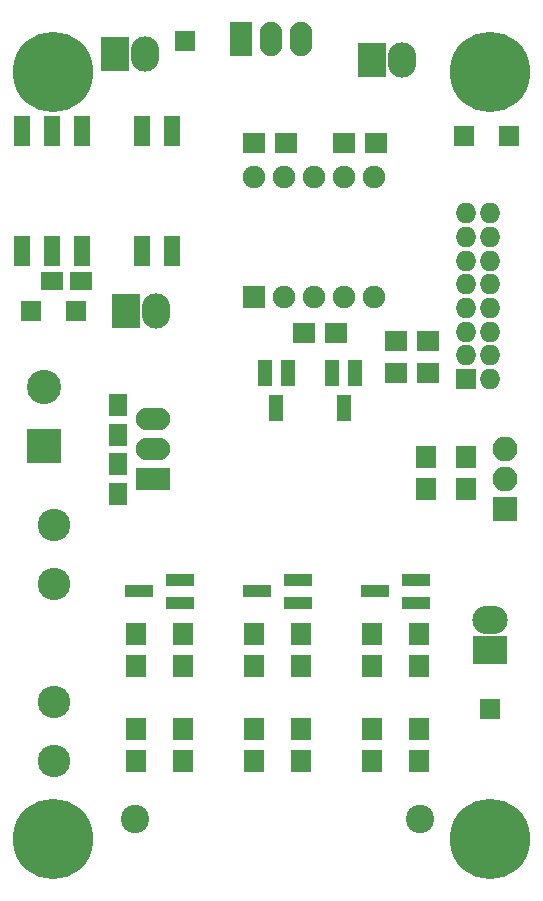
<source format=gts>
G04 #@! TF.FileFunction,Soldermask,Top*
%FSLAX46Y46*%
G04 Gerber Fmt 4.6, Leading zero omitted, Abs format (unit mm)*
G04 Created by KiCad (PCBNEW 4.0.6) date Wednesday, October 04, 2017 'PMt' 10:34:30 PM*
%MOMM*%
%LPD*%
G01*
G04 APERTURE LIST*
%ADD10C,0.100000*%
%ADD11R,1.900000X2.900000*%
%ADD12O,1.900000X2.900000*%
%ADD13R,1.900000X1.900000*%
%ADD14C,1.900000*%
%ADD15C,2.400000*%
%ADD16R,2.900000X1.900000*%
%ADD17O,2.900000X1.900000*%
%ADD18R,1.750000X1.750000*%
%ADD19O,1.750000X1.750000*%
%ADD20C,6.800000*%
%ADD21R,1.650000X1.900000*%
%ADD22C,2.750000*%
%ADD23R,2.900000X2.900000*%
%ADD24C,2.900000*%
%ADD25R,2.100000X2.100000*%
%ADD26O,2.100000X2.100000*%
%ADD27R,2.400000X1.050000*%
%ADD28R,1.700000X1.900000*%
%ADD29R,1.900000X1.700000*%
%ADD30R,3.000000X2.400000*%
%ADD31O,3.000000X2.400000*%
%ADD32R,2.400000X3.000000*%
%ADD33O,2.400000X3.000000*%
%ADD34R,1.200000X2.300000*%
%ADD35R,1.900000X1.650000*%
%ADD36R,1.400000X2.500000*%
G04 APERTURE END LIST*
D10*
D11*
X119900000Y-77200000D03*
D12*
X122440000Y-77200000D03*
X124980000Y-77200000D03*
D13*
X121000000Y-99100000D03*
D14*
X123540000Y-99100000D03*
X126080000Y-99100000D03*
X128620000Y-99100000D03*
X131160000Y-99100000D03*
X131160000Y-88940000D03*
X128620000Y-88940000D03*
X126080000Y-88940000D03*
X123540000Y-88940000D03*
X121000000Y-88940000D03*
D15*
X135100000Y-143300000D03*
X110900000Y-143300000D03*
D16*
X112500000Y-114500000D03*
D17*
X112500000Y-111960000D03*
X112500000Y-109420000D03*
D18*
X139000000Y-106000000D03*
D19*
X141000000Y-106000000D03*
X139000000Y-104000000D03*
X141000000Y-104000000D03*
X139000000Y-102000000D03*
X141000000Y-102000000D03*
X139000000Y-100000000D03*
X141000000Y-100000000D03*
X139000000Y-98000000D03*
X141000000Y-98000000D03*
X139000000Y-96000000D03*
X141000000Y-96000000D03*
X139000000Y-94000000D03*
X141000000Y-94000000D03*
X139000000Y-92000000D03*
X141000000Y-92000000D03*
D20*
X104000000Y-145000000D03*
X141000000Y-145000000D03*
X141000000Y-80000000D03*
D21*
X109500000Y-115750000D03*
X109500000Y-113250000D03*
X109500000Y-108250000D03*
X109500000Y-110750000D03*
D22*
X104100000Y-133400000D03*
X104100000Y-138400000D03*
X104100000Y-123400000D03*
X104100000Y-118400000D03*
D23*
X103200000Y-111700000D03*
D24*
X103200000Y-106700000D03*
D25*
X142300000Y-117000000D03*
D26*
X142300000Y-114460000D03*
X142300000Y-111920000D03*
D27*
X114710000Y-124950000D03*
X114710000Y-123050000D03*
X111290000Y-124000000D03*
X124710000Y-124950000D03*
X124710000Y-123050000D03*
X121290000Y-124000000D03*
X134710000Y-124950000D03*
X134710000Y-123050000D03*
X131290000Y-124000000D03*
D28*
X139000000Y-112650000D03*
X139000000Y-115350000D03*
D29*
X131325000Y-86025000D03*
X128625000Y-86025000D03*
X123700000Y-86000000D03*
X121000000Y-86000000D03*
X127950000Y-102100000D03*
X125250000Y-102100000D03*
D28*
X115000000Y-127650000D03*
X115000000Y-130350000D03*
X115000000Y-138350000D03*
X115000000Y-135650000D03*
X111000000Y-135650000D03*
X111000000Y-138350000D03*
X111000000Y-130350000D03*
X111000000Y-127650000D03*
X125000000Y-127650000D03*
X125000000Y-130350000D03*
X125000000Y-138350000D03*
X125000000Y-135650000D03*
X121000000Y-135650000D03*
X121000000Y-138350000D03*
X121000000Y-130350000D03*
X121000000Y-127650000D03*
X135000000Y-127650000D03*
X135000000Y-130350000D03*
X135000000Y-138350000D03*
X135000000Y-135650000D03*
X131000000Y-135650000D03*
X131000000Y-138350000D03*
X131000000Y-130350000D03*
X131000000Y-127650000D03*
X135600000Y-115350000D03*
X135600000Y-112650000D03*
D18*
X142625000Y-85450000D03*
X138800000Y-85475000D03*
X141000000Y-134000000D03*
X115175000Y-77375000D03*
X102150000Y-100250000D03*
D20*
X104000000Y-80000000D03*
D30*
X141000000Y-129000000D03*
D31*
X141000000Y-126460000D03*
D32*
X131000000Y-79000000D03*
D33*
X133540000Y-79000000D03*
D32*
X109200000Y-78500000D03*
D33*
X111740000Y-78500000D03*
D29*
X133050000Y-105500000D03*
X135750000Y-105500000D03*
X133050000Y-102800000D03*
X135750000Y-102800000D03*
D32*
X110200000Y-100300000D03*
D33*
X112740000Y-100300000D03*
D34*
X123850000Y-105500000D03*
X121950000Y-105500000D03*
X122900000Y-108500000D03*
X129550000Y-105500000D03*
X127650000Y-105500000D03*
X128600000Y-108500000D03*
D35*
X103900000Y-97700000D03*
X106400000Y-97700000D03*
D36*
X101350000Y-95180000D03*
X103890000Y-95180000D03*
X106430000Y-95180000D03*
X111510000Y-95180000D03*
X114050000Y-95180000D03*
X114050000Y-85020000D03*
X111510000Y-85020000D03*
X106430000Y-85020000D03*
X103890000Y-85020000D03*
X101350000Y-85020000D03*
D18*
X105975000Y-100300000D03*
M02*

</source>
